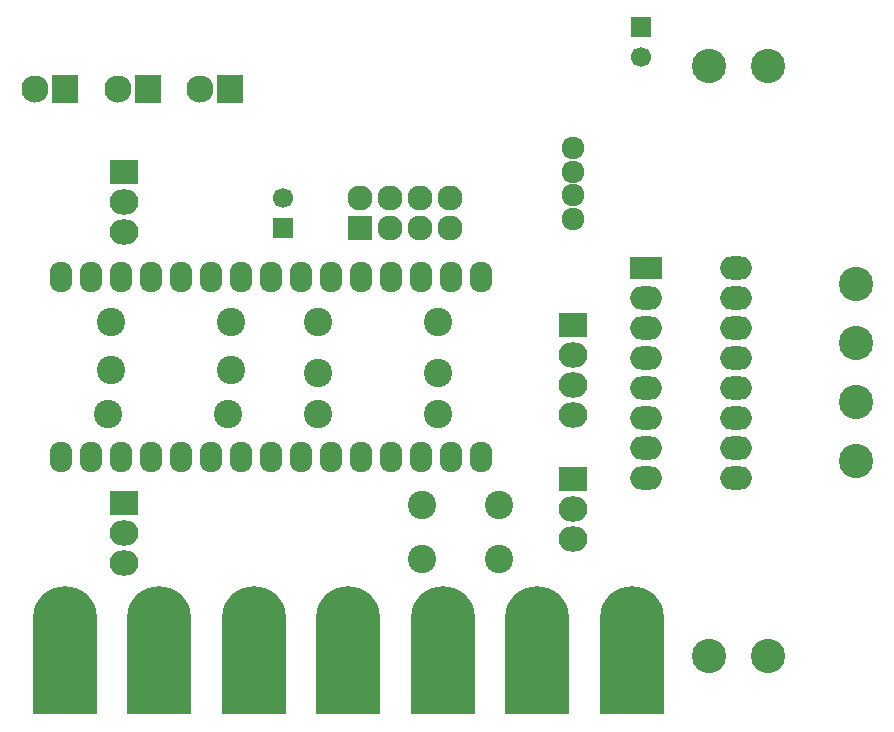
<source format=gbs>
G04 #@! TF.FileFunction,Soldermask,Bot*
%FSLAX46Y46*%
G04 Gerber Fmt 4.6, Leading zero omitted, Abs format (unit mm)*
G04 Created by KiCad (PCBNEW 4.0.3-stable) date 01/10/17 16:40:44*
%MOMM*%
%LPD*%
G01*
G04 APERTURE LIST*
%ADD10C,0.100000*%
%ADD11O,1.924000X2.599640*%
%ADD12O,1.924000X2.597100*%
%ADD13R,2.432000X2.127200*%
%ADD14O,2.432000X2.127200*%
%ADD15R,2.300000X2.400000*%
%ADD16C,2.300000*%
%ADD17C,5.400000*%
%ADD18R,5.400000X8.400000*%
%ADD19C,2.900000*%
%ADD20C,2.398980*%
%ADD21R,2.686000X1.974800*%
%ADD22O,2.686000X1.974800*%
%ADD23C,1.924000*%
%ADD24R,1.700000X1.700000*%
%ADD25C,1.700000*%
%ADD26R,2.127200X2.127200*%
%ADD27O,2.127200X2.127200*%
G04 APERTURE END LIST*
D10*
D11*
X81260500Y-65910500D03*
X78720500Y-65910500D03*
X76180500Y-65910500D03*
X73640500Y-65910500D03*
X71100500Y-65910500D03*
X68560500Y-65910500D03*
X66020500Y-65910500D03*
X63480500Y-65910500D03*
X60940500Y-65910500D03*
X58400500Y-65910500D03*
X55860500Y-65910500D03*
X53320500Y-65910500D03*
X50780500Y-65910500D03*
X48240500Y-65910500D03*
X45700500Y-65910500D03*
X45700500Y-81150500D03*
X48240500Y-81150500D03*
X50780500Y-81150500D03*
X53320500Y-81150500D03*
D12*
X55860500Y-81150500D03*
X58400500Y-81150500D03*
X60940500Y-81150500D03*
X63480500Y-81150500D03*
X66020500Y-81150500D03*
X68560500Y-81150500D03*
X71100500Y-81150500D03*
X73640500Y-81150500D03*
X76180500Y-81150500D03*
X78720500Y-81150500D03*
X81260500Y-81150500D03*
D13*
X51000000Y-85000000D03*
D14*
X51000000Y-87540000D03*
X51000000Y-90080000D03*
D15*
X46000000Y-50000000D03*
D16*
X43460000Y-50000000D03*
D15*
X53000000Y-50000000D03*
D16*
X50460000Y-50000000D03*
D15*
X60000000Y-50000000D03*
D16*
X57460000Y-50000000D03*
D17*
X70000000Y-94750000D03*
D18*
X70000000Y-98750000D03*
D17*
X94000000Y-94750000D03*
D18*
X94000000Y-98750000D03*
D17*
X54000000Y-94750000D03*
D18*
X54000000Y-98750000D03*
D17*
X62000000Y-94750000D03*
D18*
X62000000Y-98750000D03*
D17*
X86000000Y-94750000D03*
D18*
X86000000Y-98750000D03*
D17*
X78000000Y-94750000D03*
D18*
X78000000Y-98750000D03*
D17*
X46000000Y-94750000D03*
D18*
X46000000Y-98750000D03*
D13*
X89000000Y-83000000D03*
D14*
X89000000Y-85540000D03*
X89000000Y-88080000D03*
D13*
X89000000Y-70000000D03*
D14*
X89000000Y-72540000D03*
X89000000Y-75080000D03*
X89000000Y-77620000D03*
D19*
X105500000Y-48000000D03*
X100500000Y-48000000D03*
X100500000Y-98000000D03*
X105500000Y-98000000D03*
D20*
X77580000Y-77500000D03*
X67420000Y-77500000D03*
X60080000Y-69750000D03*
X49920000Y-69750000D03*
X60080000Y-73750000D03*
X49920000Y-73750000D03*
X59830000Y-77500000D03*
X49670000Y-77500000D03*
X67420000Y-74000000D03*
X77580000Y-74000000D03*
X67420000Y-69750000D03*
X77580000Y-69750000D03*
X82751200Y-85249560D03*
X76248800Y-89750440D03*
X82751200Y-89750440D03*
X76248800Y-85249560D03*
D13*
X51000000Y-57000000D03*
D14*
X51000000Y-59540000D03*
X51000000Y-62080000D03*
D21*
X95190000Y-65110000D03*
D22*
X95190000Y-67650000D03*
X95190000Y-70190000D03*
X95190000Y-72730000D03*
X95190000Y-75270000D03*
X95190000Y-77810000D03*
X95190000Y-80350000D03*
X95190000Y-82890000D03*
X102810000Y-82890000D03*
X102810000Y-80350000D03*
X102810000Y-77810000D03*
X102810000Y-75270000D03*
X102810000Y-72730000D03*
X102810000Y-70190000D03*
X102810000Y-67650000D03*
X102810000Y-65110000D03*
D19*
X113000000Y-66500000D03*
X113000000Y-71500000D03*
X113000000Y-81500000D03*
X113000000Y-76500000D03*
D23*
X89000000Y-55000000D03*
X89000000Y-57000000D03*
X89000000Y-59000000D03*
X89000000Y-61000000D03*
D24*
X64500000Y-61750000D03*
D25*
X64500000Y-59250000D03*
D24*
X94750000Y-44750000D03*
D25*
X94750000Y-47250000D03*
D26*
X71000000Y-61750000D03*
D27*
X71000000Y-59210000D03*
X73540000Y-61750000D03*
X73540000Y-59210000D03*
X76080000Y-61750000D03*
X76080000Y-59210000D03*
X78620000Y-61750000D03*
X78620000Y-59210000D03*
M02*

</source>
